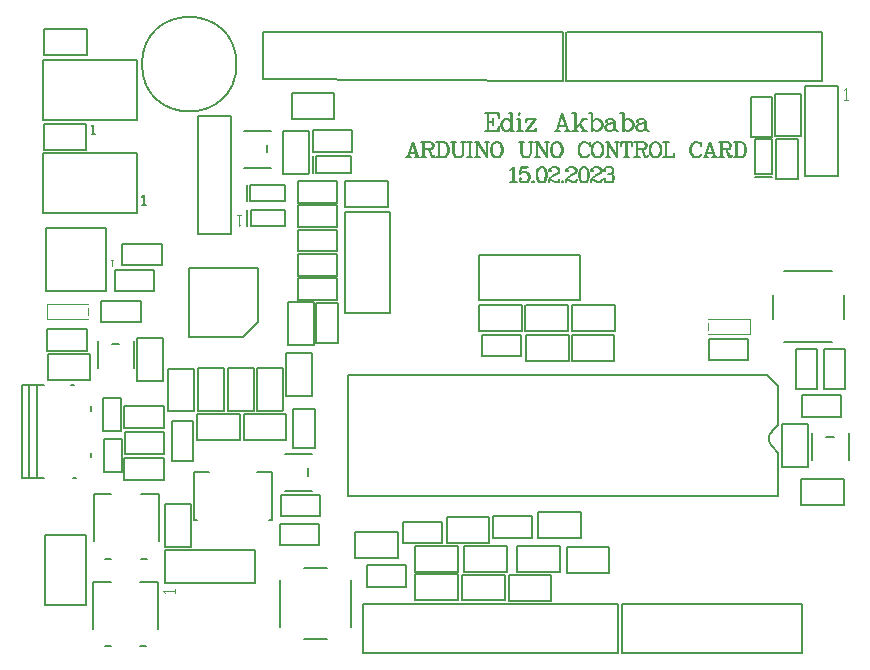
<source format=gto>
G04*
G04 #@! TF.GenerationSoftware,Altium Limited,Altium Designer,20.0.13 (296)*
G04*
G04 Layer_Color=65535*
%FSLAX44Y44*%
%MOMM*%
G71*
G01*
G75*
%ADD10C,0.2000*%
%ADD11C,0.1500*%
%ADD12C,0.0900*%
%ADD13C,0.1000*%
D10*
X162016Y500760D02*
G03*
X162016Y500760I-40050J0D01*
G01*
X615479Y189870D02*
G03*
X615479Y177170I5789J-6350D01*
G01*
X128625Y182690D02*
Y204690D01*
X128825D02*
X137625Y204690D01*
X128625Y182690D02*
X137687Y182690D01*
X164625Y204690D02*
X164874Y204440D01*
X154062Y204690D02*
X162624D01*
X137687Y182690D02*
X155812D01*
X164874Y182690D02*
Y193690D01*
X155812Y182690D02*
X164874Y182690D01*
X148375Y204690D02*
X164625Y204690D01*
X136937Y204690D02*
X154062D01*
X164874Y193690D02*
Y204440D01*
X452828Y326204D02*
X453078Y339204D01*
X367079D02*
X453078D01*
X367079Y300954D02*
Y339204D01*
Y300954D02*
X427328D01*
X452828D02*
Y326204D01*
X427328Y300954D02*
X452828D01*
X-1658Y374560D02*
X77336D01*
Y425360D01*
X-1658Y374560D02*
Y425360D01*
X77336D01*
X-1558Y504710D02*
X77436D01*
X-1558Y453910D02*
Y504710D01*
X77436Y453910D02*
Y504710D01*
X-1558Y453910D02*
X77436D01*
X576Y308332D02*
Y361926D01*
Y308332D02*
X51376D01*
X576Y361926D02*
X51376D01*
Y308332D02*
Y361926D01*
X129466Y456760D02*
X157432D01*
Y357314D02*
Y456760D01*
X129716Y357160D02*
X157466D01*
X642966Y482360D02*
X670716D01*
X643000Y405860D02*
Y482206D01*
X643216Y405860D02*
X670966D01*
X177566Y61510D02*
Y89260D01*
X101220Y61294D02*
X177566D01*
X101066Y61260D02*
Y89010D01*
X199345Y136157D02*
X232873D01*
X199345Y117869D02*
Y136157D01*
X232873Y117869D02*
Y136157D01*
X199345Y117869D02*
X232873D01*
X253883Y289932D02*
Y315432D01*
Y289932D02*
X279133D01*
X253883Y315432D02*
Y375682D01*
X292134D01*
Y289682D02*
Y375682D01*
X279133Y289932D02*
X292134Y289682D01*
X184516Y528010D02*
X438516D01*
Y486560D02*
Y528010D01*
X184516Y488010D02*
X438516Y486560D01*
X184516Y488010D02*
Y527010D01*
X485409Y2357D02*
Y34607D01*
X268909Y2357D02*
Y43807D01*
Y2357D02*
X484728D01*
X268909Y43807D02*
X485409D01*
Y34607D02*
Y43807D01*
X440816Y495510D02*
Y527760D01*
X657316Y486310D02*
Y527760D01*
X441496D02*
X657316D01*
X440816Y486310D02*
X657316D01*
X440816D02*
Y495510D01*
X641070Y35357D02*
Y43807D01*
X488470D02*
X641070D01*
X488470Y2357D02*
X641070D01*
X488470D02*
Y43807D01*
X641070Y3107D02*
Y35357D01*
X218804Y74050D02*
X238804D01*
X218804Y14050D02*
X238804D01*
X198804Y24050D02*
Y64050D01*
X258804Y24050D02*
Y64050D01*
X615966Y285260D02*
Y305260D01*
X675966Y285260D02*
Y305260D01*
X625966Y265260D02*
X665966D01*
X625966Y325260D02*
X665966D01*
X125946Y114940D02*
Y155580D01*
X126200D02*
X138900D01*
X125946Y114940D02*
X128486D01*
X191986D02*
Y155580D01*
X189446Y114940D02*
X191986D01*
X179286Y155580D02*
X191986Y155580D01*
X80716Y7760D02*
X85716D01*
X50716D02*
X55716D01*
X95716Y22760D02*
Y62760D01*
X80716D02*
X95716D01*
X40716Y22760D02*
Y62760D01*
X55716D01*
X80966Y81760D02*
X85966D01*
X50966D02*
X55966D01*
X95966Y96760D02*
Y136760D01*
X80966D02*
X95966D01*
X40966Y96760D02*
Y136760D01*
X55966D01*
X190111Y207468D02*
X200861D01*
X201111Y218281D02*
Y235406D01*
X201111Y207719D02*
X201111Y223969D01*
X179111Y216531D02*
X179111Y207468D01*
X190111D01*
X179111Y216531D02*
Y234656D01*
X201111Y209718D02*
Y218281D01*
X200861Y207468D02*
X201111Y207719D01*
X179111Y234656D02*
X179111Y243718D01*
X201111Y243519D02*
X201111Y234718D01*
X179111Y243718D02*
X201111D01*
X253940Y379914D02*
Y390664D01*
X264753Y379664D02*
X281878D01*
X254190D02*
X270440D01*
X253940Y401664D02*
X263003D01*
X253940Y390664D02*
Y401664D01*
X263003D02*
X281128D01*
X256190Y379664D02*
X264753D01*
X253940Y379914D02*
X254190Y379664D01*
X281128Y401664D02*
X290190D01*
X281190Y379664D02*
X289990D01*
X290190D02*
Y401664D01*
X215100Y220008D02*
X225850Y220008D01*
X226100Y230820D02*
Y247945D01*
X226100Y236508D02*
X226100Y220258D01*
X204100Y220008D02*
Y229070D01*
Y220008D02*
X215100Y220008D01*
X204100Y229070D02*
Y247195D01*
X226100Y222258D02*
Y230820D01*
X225850Y220008D02*
X226100Y220258D01*
X204100Y247195D02*
Y256258D01*
X226100Y247258D02*
Y256058D01*
X204100Y256258D02*
X226100D01*
X101966Y128510D02*
X112716Y128510D01*
X101716Y100572D02*
Y117697D01*
Y128260D02*
X101716Y112010D01*
X123716Y119447D02*
Y128510D01*
X112716Y128510D02*
X123716Y128510D01*
Y101322D02*
Y119447D01*
X101716Y117697D02*
Y126260D01*
Y128260D02*
X101966Y128510D01*
X123716Y92260D02*
Y101322D01*
X101716Y92460D02*
Y101260D01*
Y92260D02*
X123716D01*
X482001Y260389D02*
Y271139D01*
X454063Y271389D02*
X471188D01*
X465501D02*
X481751Y271389D01*
X472938Y249389D02*
X482001Y249389D01*
Y260389D01*
X454813Y249389D02*
X472938D01*
X471188Y271389D02*
X479751D01*
X481751Y271389D02*
X482001Y271139D01*
X445751Y249389D02*
X454813Y249389D01*
X445951Y271389D02*
X454751Y271389D01*
X445751Y249389D02*
Y271389D01*
X208716Y454510D02*
Y465260D01*
X219528Y454260D02*
X236653D01*
X208966D02*
X225216D01*
X208716Y476260D02*
X217778D01*
X208716Y465260D02*
Y476260D01*
X217778D02*
X235903D01*
X210966Y454260D02*
X219528D01*
X208716Y454510D02*
X208966Y454260D01*
X235903Y476260D02*
X244966D01*
X235966Y454260D02*
X244766D01*
X244966D02*
Y476260D01*
X428609Y57397D02*
Y68147D01*
X400671Y68397D02*
X417796D01*
X412108D02*
X428358D01*
X419546Y46397D02*
X428609D01*
Y57397D01*
X401421Y46397D02*
X419546D01*
X417796Y68397D02*
X426358D01*
X428358D02*
X428609Y68147D01*
X392359Y46397D02*
X401421D01*
X392559Y68397D02*
X401358D01*
X392359Y46397D02*
Y68397D01*
X403491Y285915D02*
Y296665D01*
X375553Y296915D02*
X392678D01*
X386991D02*
X403241D01*
X394428Y274915D02*
X403491D01*
Y285915D01*
X376303Y274915D02*
X394428D01*
X392678Y296915D02*
X401241D01*
X403241D02*
X403491Y296665D01*
X367241Y274915D02*
X376303D01*
X367441Y296915D02*
X376241D01*
X367241Y274915D02*
Y296915D01*
X442910Y285506D02*
Y296256D01*
X414973Y296506D02*
X432098D01*
X426410D02*
X442660D01*
X433848Y274506D02*
X442910D01*
Y285506D01*
X415723Y274506D02*
X433848D01*
X432098Y296506D02*
X440660D01*
X442660D02*
X442910Y296256D01*
X406660Y274506D02*
X415723D01*
X406860Y296506D02*
X415660D01*
X406660Y274506D02*
Y296506D01*
X-13334Y150190D02*
X-10159D01*
X-13334D02*
Y228930D01*
X-10159Y150190D02*
X-6984D01*
Y228930D01*
X38736Y167970D02*
Y171780D01*
Y207340D02*
Y211150D01*
X-19684Y150190D02*
X-634D01*
X-19684D02*
Y228930D01*
X-634D01*
X23496Y150190D02*
X26036D01*
X22226Y228930D02*
X24766D01*
X-34Y42510D02*
X34966D01*
Y102510D01*
X-34D02*
X34966D01*
X-34Y42510D02*
Y102510D01*
X173716Y398760D02*
X203216D01*
X173716Y384759D02*
X203216D01*
Y398760D01*
X173716Y384759D02*
Y398760D01*
X170966Y384759D02*
Y398760D01*
X173966Y377510D02*
X203466D01*
X173966Y363509D02*
X203466D01*
Y377510D01*
X173966Y363509D02*
Y377510D01*
X171216Y363509D02*
Y377510D01*
X229466Y422760D02*
X258966D01*
X229466Y408759D02*
X258966D01*
Y422760D01*
X229466Y408759D02*
Y422760D01*
X226716Y408759D02*
Y422760D01*
X601319Y407952D02*
Y437452D01*
X615320Y407952D02*
Y437452D01*
X601319D02*
X615320D01*
X601319Y407952D02*
X615320D01*
X601319Y405202D02*
X615320D01*
X180116Y282460D02*
Y327910D01*
X121816D02*
X180116D01*
X121816Y269610D02*
Y327910D01*
Y269610D02*
X167266D01*
X180116Y282460D01*
X213706Y401904D02*
X247234D01*
X213706Y383616D02*
Y401904D01*
X247234Y383616D02*
Y401904D01*
X213706Y383616D02*
X247234D01*
X213706Y381154D02*
X247234D01*
X213706Y362866D02*
Y381154D01*
X247234Y362866D02*
Y381154D01*
X213706Y362866D02*
X247234D01*
X213706Y360654D02*
X247234D01*
X213706Y342366D02*
Y360654D01*
X247234Y342366D02*
Y360654D01*
X213706Y342366D02*
X247234D01*
X125302Y164846D02*
Y198374D01*
X107014D02*
X125302D01*
X107014Y164846D02*
X125302D01*
X107014D02*
Y198374D01*
X66847Y211224D02*
X100375D01*
X66847Y192936D02*
Y211224D01*
X100375Y192936D02*
Y211224D01*
X66847Y192936D02*
X100375D01*
X65198Y330366D02*
X98726D01*
Y348654D01*
X65198Y330366D02*
Y348654D01*
X98726D01*
X67185Y188937D02*
X100713D01*
X67185Y170649D02*
Y188937D01*
X100713Y170649D02*
Y188937D01*
X67185Y170649D02*
X100713D01*
X66722Y149037D02*
X100250D01*
Y167325D01*
X66722Y149037D02*
Y167325D01*
X100250D01*
X213706Y339904D02*
X247234D01*
X213706Y321616D02*
Y339904D01*
X247234Y321616D02*
Y339904D01*
X213706Y321616D02*
X247234D01*
X213706Y319654D02*
X247234D01*
X213706Y301366D02*
Y319654D01*
X247234Y301366D02*
Y319654D01*
X213706Y301366D02*
X247234D01*
X226448Y426366D02*
X259976D01*
Y444654D01*
X226448Y426366D02*
Y444654D01*
X259976D01*
X597386Y439353D02*
Y472881D01*
Y439353D02*
X615674D01*
X597386Y472881D02*
X615674D01*
Y439353D02*
Y472881D01*
X198621Y93494D02*
X232149D01*
Y111782D01*
X198621Y93494D02*
Y111782D01*
X232149D01*
X637162Y403821D02*
Y437349D01*
X618874D02*
X637162D01*
X618874Y403821D02*
X637162D01*
X618874D02*
Y437349D01*
X47206Y300404D02*
X80734D01*
X47206Y282116D02*
Y300404D01*
X80734Y282116D02*
Y300404D01*
X47206Y282116D02*
X80734D01*
X378831Y117879D02*
X412359D01*
X378831Y99591D02*
Y117879D01*
X412359Y99591D02*
Y117879D01*
X378831Y99591D02*
X412359D01*
X210014Y175670D02*
Y209198D01*
Y175670D02*
X228302D01*
X210014Y209198D02*
X228302D01*
Y175670D02*
Y209198D01*
X302825Y113496D02*
X336353D01*
X302825Y95208D02*
Y113496D01*
X336353Y95208D02*
Y113496D01*
X302825Y95208D02*
X336353D01*
X677610Y225992D02*
Y259520D01*
X659322D02*
X677610D01*
X659322Y225992D02*
X677610D01*
X659322D02*
Y259520D01*
X58706Y326654D02*
X92234D01*
X58706Y308366D02*
Y326654D01*
X92234Y308366D02*
Y326654D01*
X58706Y308366D02*
X92234D01*
X1706Y276404D02*
X35234D01*
X1706Y258116D02*
Y276404D01*
X35234Y258116D02*
Y276404D01*
X1706Y258116D02*
X35234D01*
X561728Y249944D02*
X595256D01*
Y268232D01*
X561728Y249944D02*
Y268232D01*
X595256D01*
X272402Y76777D02*
X305930D01*
X272402Y58489D02*
Y76777D01*
X305930Y58489D02*
Y76777D01*
X272402Y58489D02*
X305930D01*
X653610Y225742D02*
Y259270D01*
X635322D02*
X653610D01*
X635322Y225742D02*
X653610D01*
X635322D02*
Y259270D01*
X640448Y202366D02*
X673976D01*
Y220654D01*
X640448Y202366D02*
Y220654D01*
X673976D01*
X229322Y265000D02*
Y298528D01*
Y265000D02*
X247610D01*
X229322Y298528D02*
X247610D01*
Y265000D02*
Y298528D01*
X369584Y253493D02*
X403112D01*
Y271780D01*
X369584Y253493D02*
Y271780D01*
X403112D01*
X48767Y190403D02*
Y218343D01*
X64007D01*
Y190403D02*
Y218343D01*
X48767Y190403D02*
X64007D01*
X49829Y155840D02*
Y183780D01*
X65068D01*
Y155840D02*
Y183780D01*
X49829Y155840D02*
X65068D01*
X256679Y237520D02*
X611179Y237520D01*
X620679Y228020D01*
Y195070D02*
Y228020D01*
X256679Y134770D02*
Y237520D01*
Y134770D02*
X620679D01*
Y171970D01*
X615479Y189870D02*
X620679Y195070D01*
X615479Y177170D02*
X620679Y171970D01*
X262193Y82755D02*
Y104755D01*
X262393D02*
X271193Y104755D01*
X262193Y82755D02*
X271256Y82755D01*
X298193Y104755D02*
X298443Y104505D01*
X287631Y104755D02*
X296193D01*
X271256Y82755D02*
X289381Y82755D01*
X298443D02*
Y93755D01*
X289381Y82755D02*
X298443D01*
X281943Y104755D02*
X298193Y104755D01*
X270506Y104755D02*
X287631Y104755D01*
X298443Y93755D02*
Y104505D01*
X313146Y46973D02*
Y68973D01*
X313346D02*
X322146Y68973D01*
X313146Y46973D02*
X322209D01*
X349146Y68973D02*
X349396Y68723D01*
X338583Y68973D02*
X347146D01*
X322209Y46973D02*
X340334D01*
X349396D02*
Y57973D01*
X340334Y46973D02*
X349396D01*
X332896Y68973D02*
X349146Y68973D01*
X321459Y68973D02*
X338583Y68973D01*
X349396Y57973D02*
Y68723D01*
X313197Y71197D02*
Y93197D01*
X313397D02*
X322197Y93197D01*
X313197Y71197D02*
X322260Y71197D01*
X349197Y93197D02*
X349447Y92947D01*
X338635Y93197D02*
X347197D01*
X322260Y71197D02*
X340385Y71197D01*
X349447D02*
Y82197D01*
X340385Y71197D02*
X349447D01*
X332947Y93197D02*
X349197Y93197D01*
X321510Y93197D02*
X338635Y93197D01*
X349447Y82197D02*
Y92947D01*
X389175Y46685D02*
Y68685D01*
X380175Y46685D02*
X388975Y46685D01*
X380112Y68685D02*
X389175Y68685D01*
X352925Y46935D02*
X353175Y46685D01*
X355175Y46685D02*
X363737D01*
X361987Y68685D02*
X380112D01*
X352925Y57685D02*
Y68685D01*
X361987Y68685D01*
X353175Y46685D02*
X369425Y46685D01*
X363737D02*
X380863D01*
X352925Y46935D02*
Y57685D01*
X205216Y299260D02*
X227216D01*
Y290260D02*
Y299060D01*
X205216Y290197D02*
Y299260D01*
X226966Y263010D02*
X227216Y263260D01*
Y265260D02*
Y273822D01*
X205216Y272072D02*
Y290197D01*
Y263010D02*
X216216D01*
X205216D02*
Y272072D01*
X227216Y263260D02*
Y279510D01*
Y273822D02*
Y290947D01*
X216216Y263010D02*
X226966D01*
X154460Y243381D02*
X176460D01*
Y243181D02*
X176460Y234381D01*
X154460Y234318D02*
X154460Y243381D01*
X176210Y207131D02*
X176460Y207381D01*
X176460Y209381D02*
Y217943D01*
X154460Y216193D02*
Y234318D01*
X154460Y207131D02*
X165460D01*
X154460Y216193D02*
X154460Y207131D01*
X176460Y207381D02*
X176460Y223631D01*
Y217943D02*
Y235068D01*
X165460Y207131D02*
X176210D01*
X129471Y207043D02*
X151471D01*
X129471Y207243D02*
Y216043D01*
X151471Y207043D02*
Y216105D01*
X129471Y243043D02*
X129721Y243293D01*
X129471Y232481D02*
Y241043D01*
X151471Y216105D02*
Y234230D01*
X140471Y243293D02*
X151471D01*
Y234230D02*
Y243293D01*
X129471Y226793D02*
Y243043D01*
Y215355D02*
Y232481D01*
X129721Y243293D02*
X140471D01*
X104144Y243043D02*
X126145D01*
Y234043D02*
Y242843D01*
X104144Y233981D02*
Y243043D01*
X125894Y206793D02*
X126145Y207043D01*
Y209043D02*
Y217606D01*
X104144Y215856D02*
Y233981D01*
Y206793D02*
X115145D01*
X104144D02*
Y215856D01*
X126145Y207043D02*
Y223293D01*
Y217606D02*
Y234730D01*
X115145Y206793D02*
X125894D01*
X-1284Y428260D02*
Y450260D01*
X-1084D02*
X7716D01*
X-1284Y428260D02*
X7778D01*
X34716Y450260D02*
X34966Y450010D01*
X24153Y450260D02*
X32716D01*
X7778Y428260D02*
X25903D01*
X34966D02*
Y439260D01*
X25903Y428260D02*
X34966D01*
X18466Y450260D02*
X34716D01*
X7028D02*
X24153D01*
X34966Y439260D02*
Y450010D01*
X200966Y444260D02*
X222966D01*
Y435260D02*
Y444060D01*
X200966Y435197D02*
Y444260D01*
X222716Y408010D02*
X222966Y408260D01*
X222966Y410260D02*
Y418822D01*
X200966Y435197D02*
X200966Y417072D01*
X200966Y408010D02*
X211966D01*
X200966D02*
X200966Y417072D01*
X222966Y408260D02*
Y424510D01*
X222966Y418822D02*
X222966Y435947D01*
X211966Y408010D02*
X222716D01*
X618340Y439537D02*
X640340D01*
X618340Y448537D02*
X618340Y439737D01*
X640340Y439537D02*
X640340Y448600D01*
X618340Y475537D02*
X618590Y475787D01*
X618340Y464975D02*
Y473537D01*
X640340Y448600D02*
Y466725D01*
X629340Y475787D02*
X640340D01*
X640340Y466725D01*
X618340Y459287D02*
X618340Y475537D01*
X618340Y447850D02*
Y464975D01*
X618590Y475787D02*
X629340D01*
X35216Y508260D02*
Y530260D01*
X26216Y508260D02*
X35016D01*
X26153Y530260D02*
X35216D01*
X-1034Y508510D02*
X-784Y508260D01*
X1216D02*
X9778D01*
X8028Y530260D02*
X26153D01*
X-1034Y519260D02*
Y530260D01*
X8028D01*
X-784Y508260D02*
X15466D01*
X9778D02*
X26903D01*
X-1034Y508510D02*
Y519260D01*
X77621Y269107D02*
X99621D01*
Y268907D02*
X99621Y260107D01*
X77621Y260044D02*
X77621Y269107D01*
X99372Y232857D02*
X99621Y233107D01*
Y235107D02*
Y243669D01*
X77621Y260044D02*
X77621Y241919D01*
Y232857D02*
X88622D01*
X77621D02*
Y241919D01*
X99621Y233107D02*
X99621Y249357D01*
X99621Y243669D02*
X99621Y260794D01*
X88622Y232857D02*
X99372D01*
X443127Y249867D02*
Y271867D01*
X434127Y249867D02*
X442927D01*
X434064Y271867D02*
X443127D01*
X406877Y250117D02*
X407127Y249867D01*
X409127D02*
X417689D01*
X415939Y271867D02*
X434064D01*
X406877Y260867D02*
Y271867D01*
X415939D01*
X407127Y249867D02*
X423377D01*
X417689D02*
X434814D01*
X406877Y250117D02*
Y260867D01*
X399497Y70725D02*
Y92725D01*
X399697D02*
X408497D01*
X399497Y70725D02*
X408560D01*
X435497Y92725D02*
X435747Y92475D01*
X424935Y92725D02*
X433497D01*
X408560Y70725D02*
X426685D01*
X435747D02*
X435747Y81725D01*
X426685Y70725D02*
X435747D01*
X419247Y92725D02*
X435497Y92725D01*
X407810D02*
X424935D01*
X435747Y92475D02*
X435747Y81725D01*
X38303Y233013D02*
Y255013D01*
X29303Y233013D02*
X38103Y233013D01*
X29240Y255013D02*
X38303Y255013D01*
X2053Y233263D02*
X2303Y233013D01*
X4303Y233013D02*
X12865D01*
X11115Y255013D02*
X29240D01*
X2053Y244013D02*
Y255013D01*
X11115Y255013D01*
X2303Y233013D02*
X18553Y233013D01*
X12865D02*
X29990D01*
X2053Y233263D02*
Y244013D01*
X417203Y99562D02*
Y121562D01*
X417403D02*
X426203D01*
X417203Y99562D02*
X426265D01*
X453203Y121562D02*
X453453Y121312D01*
X442640Y121562D02*
X451203D01*
X426265Y99562D02*
X444390D01*
X453453D02*
Y110562D01*
X444390Y99562D02*
X453453D01*
X436953Y121562D02*
X453203D01*
X425515D02*
X442640D01*
X453453Y110562D02*
Y121312D01*
X167943Y182690D02*
Y204690D01*
X168143D02*
X176943Y204690D01*
X167943Y182690D02*
X177005Y182690D01*
X203943Y204690D02*
X204193Y204440D01*
X193380Y204690D02*
X201943D01*
X177005Y182690D02*
X195130D01*
X204193Y182690D02*
Y193690D01*
X195130Y182690D02*
X204193Y182690D01*
X187693Y204690D02*
X203943Y204690D01*
X176255Y204690D02*
X193380D01*
X204193Y193690D02*
Y204440D01*
X624216Y195760D02*
X646216D01*
Y195560D02*
X646216Y186760D01*
X624216Y186697D02*
X624216Y195760D01*
X645966Y159510D02*
X646216Y159760D01*
X646216Y161760D02*
Y170322D01*
X624216Y168572D02*
Y186697D01*
X624216Y159510D02*
X635216D01*
X624216Y168572D02*
X624216Y159510D01*
X646216Y159760D02*
X646216Y176010D01*
Y170322D02*
Y187447D01*
X635216Y159510D02*
X645966D01*
X391168Y70725D02*
Y92725D01*
X382168Y70725D02*
X390968D01*
X382106Y92725D02*
X391168D01*
X354918Y70975D02*
X355168Y70725D01*
X357168D02*
X365731D01*
X363981Y92725D02*
X382106D01*
X354918Y81725D02*
Y92725D01*
X363981D01*
X355168Y70725D02*
X371418D01*
X365731D02*
X382856D01*
X354918Y70975D02*
Y81725D01*
X639966Y127260D02*
Y149260D01*
X640166D02*
X648966Y149260D01*
X639966Y127260D02*
X649028Y127260D01*
X675966Y149260D02*
X676216Y149010D01*
X665403Y149260D02*
X673966D01*
X649028Y127260D02*
X667153Y127260D01*
X676216D02*
Y138260D01*
X667153Y127260D02*
X676216D01*
X659716Y149260D02*
X675966Y149260D01*
X648278Y149260D02*
X665403Y149260D01*
X676216Y138260D02*
Y149010D01*
X339930Y95657D02*
Y117657D01*
X340130D02*
X348930Y117657D01*
X339930Y95657D02*
X348993Y95657D01*
X375930Y117657D02*
X376180Y117407D01*
X365368Y117657D02*
X373930D01*
X348993Y95657D02*
X367118D01*
X376180Y95657D02*
Y106657D01*
X367118Y95657D02*
X376180Y95657D01*
X359680Y117657D02*
X375930Y117657D01*
X348243Y117657D02*
X365368D01*
X376180Y106657D02*
Y117407D01*
X445866Y274506D02*
Y296506D01*
X446065D02*
X454865D01*
X445866Y274506D02*
X454928D01*
X481866Y296506D02*
X482116Y296256D01*
X471303Y296506D02*
X479865D01*
X454928Y274506D02*
X473053D01*
X482116D02*
Y285506D01*
X473053Y274506D02*
X482116D01*
X465616Y296506D02*
X481866D01*
X454178D02*
X471303D01*
X482116Y285506D02*
Y296256D01*
X441400Y70254D02*
Y92254D01*
X441600D02*
X450400D01*
X441400Y70254D02*
X450462D01*
X477400Y92254D02*
X477650Y92003D01*
X466837Y92254D02*
X475400D01*
X450462Y70254D02*
X468587D01*
X477650D02*
Y81253D01*
X468587Y70254D02*
X477650D01*
X461150Y92254D02*
X477400D01*
X449712D02*
X466837D01*
X477650Y81253D02*
Y92003D01*
X393902Y411197D02*
X395140Y411816D01*
X396997Y413672D01*
Y400675D01*
X396378Y413053D02*
Y400675D01*
X393902D02*
X399472D01*
X402938Y413672D02*
X401700Y407483D01*
X402938Y408721D01*
X404795Y409340D01*
X406652D01*
X408508Y408721D01*
X409746Y407483D01*
X410365Y405626D01*
Y404389D01*
X409746Y402532D01*
X408508Y401294D01*
X406652Y400675D01*
X404795D01*
X402938Y401294D01*
X402319Y401913D01*
X401700Y403151D01*
Y403770D01*
X402319Y404389D01*
X402938Y403770D01*
X402319Y403151D01*
X406652Y409340D02*
X407890Y408721D01*
X409127Y407483D01*
X409746Y405626D01*
Y404389D01*
X409127Y402532D01*
X407890Y401294D01*
X406652Y400675D01*
X402938Y413672D02*
X409127D01*
X402938Y413053D02*
X406033D01*
X409127Y413672D01*
X412903Y401913D02*
X412284Y401294D01*
X412903Y400675D01*
X413522Y401294D01*
X412903Y401913D01*
X419897Y413672D02*
X418040Y413053D01*
X416802Y411197D01*
X416183Y408102D01*
Y406245D01*
X416802Y403151D01*
X418040Y401294D01*
X419897Y400675D01*
X421134D01*
X422991Y401294D01*
X424229Y403151D01*
X424848Y406245D01*
Y408102D01*
X424229Y411197D01*
X422991Y413053D01*
X421134Y413672D01*
X419897D01*
X418659Y413053D01*
X418040Y412435D01*
X417421Y411197D01*
X416802Y408102D01*
Y406245D01*
X417421Y403151D01*
X418040Y401913D01*
X418659Y401294D01*
X419897Y400675D01*
X421134D02*
X422372Y401294D01*
X422991Y401913D01*
X423610Y403151D01*
X424229Y406245D01*
Y408102D01*
X423610Y411197D01*
X422991Y412435D01*
X422372Y413053D01*
X421134Y413672D01*
X427385Y411197D02*
X428004Y410578D01*
X427385Y409959D01*
X426767Y410578D01*
Y411197D01*
X427385Y412435D01*
X428004Y413053D01*
X429861Y413672D01*
X432337D01*
X434193Y413053D01*
X434812Y412435D01*
X435431Y411197D01*
Y409959D01*
X434812Y408721D01*
X432956Y407483D01*
X429861Y406245D01*
X428623Y405626D01*
X427385Y404389D01*
X426767Y402532D01*
Y400675D01*
X432337Y413672D02*
X433574Y413053D01*
X434193Y412435D01*
X434812Y411197D01*
Y409959D01*
X434193Y408721D01*
X432337Y407483D01*
X429861Y406245D01*
X426767Y401913D02*
X427385Y402532D01*
X428623D01*
X431718Y401294D01*
X433574D01*
X434812Y401913D01*
X435431Y402532D01*
Y403770D01*
X428623Y402532D02*
X431718Y400675D01*
X434193D01*
X434812Y401294D01*
X435431Y402532D01*
X437969Y401913D02*
X437350Y401294D01*
X437969Y400675D01*
X438588Y401294D01*
X437969Y401913D01*
X441868Y411197D02*
X442487Y410578D01*
X441868Y409959D01*
X441249Y410578D01*
Y411197D01*
X441868Y412435D01*
X442487Y413053D01*
X444344Y413672D01*
X446819D01*
X448676Y413053D01*
X449295Y412435D01*
X449914Y411197D01*
Y409959D01*
X449295Y408721D01*
X447438Y407483D01*
X444344Y406245D01*
X443106Y405626D01*
X441868Y404389D01*
X441249Y402532D01*
Y400675D01*
X446819Y413672D02*
X448057Y413053D01*
X448676Y412435D01*
X449295Y411197D01*
Y409959D01*
X448676Y408721D01*
X446819Y407483D01*
X444344Y406245D01*
X441249Y401913D02*
X441868Y402532D01*
X443106D01*
X446200Y401294D01*
X448057D01*
X449295Y401913D01*
X449914Y402532D01*
Y403770D01*
X443106Y402532D02*
X446200Y400675D01*
X448676D01*
X449295Y401294D01*
X449914Y402532D01*
X455546Y413672D02*
X453689Y413053D01*
X452451Y411197D01*
X451833Y408102D01*
Y406245D01*
X452451Y403151D01*
X453689Y401294D01*
X455546Y400675D01*
X456784D01*
X458641Y401294D01*
X459878Y403151D01*
X460497Y406245D01*
Y408102D01*
X459878Y411197D01*
X458641Y413053D01*
X456784Y413672D01*
X455546D01*
X454308Y413053D01*
X453689Y412435D01*
X453070Y411197D01*
X452451Y408102D01*
Y406245D01*
X453070Y403151D01*
X453689Y401913D01*
X454308Y401294D01*
X455546Y400675D01*
X456784D02*
X458022Y401294D01*
X458641Y401913D01*
X459259Y403151D01*
X459878Y406245D01*
Y408102D01*
X459259Y411197D01*
X458641Y412435D01*
X458022Y413053D01*
X456784Y413672D01*
X463035Y411197D02*
X463654Y410578D01*
X463035Y409959D01*
X462416Y410578D01*
Y411197D01*
X463035Y412435D01*
X463654Y413053D01*
X465510Y413672D01*
X467986D01*
X469843Y413053D01*
X470462Y412435D01*
X471081Y411197D01*
Y409959D01*
X470462Y408721D01*
X468605Y407483D01*
X465510Y406245D01*
X464273Y405626D01*
X463035Y404389D01*
X462416Y402532D01*
Y400675D01*
X467986Y413672D02*
X469224Y413053D01*
X469843Y412435D01*
X470462Y411197D01*
Y409959D01*
X469843Y408721D01*
X467986Y407483D01*
X465510Y406245D01*
X462416Y401913D02*
X463035Y402532D01*
X464273D01*
X467367Y401294D01*
X469224D01*
X470462Y401913D01*
X471081Y402532D01*
Y403770D01*
X464273Y402532D02*
X467367Y400675D01*
X469843D01*
X470462Y401294D01*
X471081Y402532D01*
X473618Y411197D02*
X474237Y410578D01*
X473618Y409959D01*
X472999Y410578D01*
Y411197D01*
X473618Y412435D01*
X474237Y413053D01*
X476094Y413672D01*
X478570D01*
X480426Y413053D01*
X481045Y411816D01*
Y409959D01*
X480426Y408721D01*
X478570Y408102D01*
X476713D01*
X478570Y413672D02*
X479807Y413053D01*
X480426Y411816D01*
Y409959D01*
X479807Y408721D01*
X478570Y408102D01*
X479807Y407483D01*
X481045Y406245D01*
X481664Y405008D01*
Y403151D01*
X481045Y401913D01*
X480426Y401294D01*
X478570Y400675D01*
X476094D01*
X474237Y401294D01*
X473618Y401913D01*
X472999Y403151D01*
Y403770D01*
X473618Y404389D01*
X474237Y403770D01*
X473618Y403151D01*
X480426Y406864D02*
X481045Y405008D01*
Y403151D01*
X480426Y401913D01*
X479807Y401294D01*
X478570Y400675D01*
X311222Y434817D02*
X306889Y421820D01*
X311222Y434817D02*
X315554Y421820D01*
X311222Y432961D02*
X314935Y421820D01*
X308127Y425534D02*
X313697D01*
X305651Y421820D02*
X309365D01*
X313078D02*
X316792D01*
X320320Y434817D02*
Y421820D01*
X320938Y434817D02*
Y421820D01*
X318463Y434817D02*
X325890D01*
X327747Y434198D01*
X328366Y433580D01*
X328984Y432342D01*
Y431104D01*
X328366Y429866D01*
X327747Y429247D01*
X325890Y428628D01*
X320938D01*
X325890Y434817D02*
X327128Y434198D01*
X327747Y433580D01*
X328366Y432342D01*
Y431104D01*
X327747Y429866D01*
X327128Y429247D01*
X325890Y428628D01*
X318463Y421820D02*
X322795D01*
X324033Y428628D02*
X325271Y428009D01*
X325890Y427390D01*
X327747Y423058D01*
X328366Y422439D01*
X328984D01*
X329603Y423058D01*
X325271Y428009D02*
X325890Y426772D01*
X327128Y422439D01*
X327747Y421820D01*
X328984D01*
X329603Y423058D01*
Y423677D01*
X333131Y434817D02*
Y421820D01*
X333750Y434817D02*
Y421820D01*
X331274Y434817D02*
X337463D01*
X339320Y434198D01*
X340558Y432961D01*
X341177Y431723D01*
X341796Y429866D01*
Y426772D01*
X341177Y424915D01*
X340558Y423677D01*
X339320Y422439D01*
X337463Y421820D01*
X331274D01*
X337463Y434817D02*
X338701Y434198D01*
X339939Y432961D01*
X340558Y431723D01*
X341177Y429866D01*
Y426772D01*
X340558Y424915D01*
X339939Y423677D01*
X338701Y422439D01*
X337463Y421820D01*
X345386Y434817D02*
Y425534D01*
X346004Y423677D01*
X347242Y422439D01*
X349099Y421820D01*
X350337D01*
X352194Y422439D01*
X353432Y423677D01*
X354050Y425534D01*
Y434817D01*
X346004D02*
Y425534D01*
X346623Y423677D01*
X347861Y422439D01*
X349099Y421820D01*
X343529Y434817D02*
X347861D01*
X352194D02*
X355907D01*
X359311D02*
Y421820D01*
X359930Y434817D02*
Y421820D01*
X357454Y434817D02*
X361787D01*
X357454Y421820D02*
X361787D01*
X365995Y434817D02*
Y421820D01*
X366614Y434817D02*
X374041Y423058D01*
X366614Y433580D02*
X374041Y421820D01*
Y434817D02*
Y421820D01*
X364139Y434817D02*
X366614D01*
X372185D02*
X375898D01*
X364139Y421820D02*
X367852D01*
X381840Y434817D02*
X379983Y434198D01*
X378745Y432961D01*
X378126Y431723D01*
X377507Y429247D01*
Y427390D01*
X378126Y424915D01*
X378745Y423677D01*
X379983Y422439D01*
X381840Y421820D01*
X383078D01*
X384934Y422439D01*
X386172Y423677D01*
X386791Y424915D01*
X387410Y427390D01*
Y429247D01*
X386791Y431723D01*
X386172Y432961D01*
X384934Y434198D01*
X383078Y434817D01*
X381840D01*
X380602Y434198D01*
X379364Y432961D01*
X378745Y431723D01*
X378126Y429247D01*
Y427390D01*
X378745Y424915D01*
X379364Y423677D01*
X380602Y422439D01*
X381840Y421820D01*
X383078D02*
X384315Y422439D01*
X385553Y423677D01*
X386172Y424915D01*
X386791Y427390D01*
Y429247D01*
X386172Y431723D01*
X385553Y432961D01*
X384315Y434198D01*
X383078Y434817D01*
X402759D02*
Y425534D01*
X403378Y423677D01*
X404616Y422439D01*
X406473Y421820D01*
X407710D01*
X409567Y422439D01*
X410805Y423677D01*
X411424Y425534D01*
Y434817D01*
X403378D02*
Y425534D01*
X403997Y423677D01*
X405235Y422439D01*
X406473Y421820D01*
X400902Y434817D02*
X405235D01*
X409567D02*
X413281D01*
X416685D02*
Y421820D01*
X417304Y434817D02*
X424730Y423058D01*
X417304Y433580D02*
X424730Y421820D01*
Y434817D02*
Y421820D01*
X414828Y434817D02*
X417304D01*
X422874D02*
X426587D01*
X414828Y421820D02*
X418541D01*
X432529Y434817D02*
X430672Y434198D01*
X429434Y432961D01*
X428815Y431723D01*
X428196Y429247D01*
Y427390D01*
X428815Y424915D01*
X429434Y423677D01*
X430672Y422439D01*
X432529Y421820D01*
X433767D01*
X435623Y422439D01*
X436861Y423677D01*
X437480Y424915D01*
X438099Y427390D01*
Y429247D01*
X437480Y431723D01*
X436861Y432961D01*
X435623Y434198D01*
X433767Y434817D01*
X432529D01*
X431291Y434198D01*
X430053Y432961D01*
X429434Y431723D01*
X428815Y429247D01*
Y427390D01*
X429434Y424915D01*
X430053Y423677D01*
X431291Y422439D01*
X432529Y421820D01*
X433767D02*
X435005Y422439D01*
X436242Y423677D01*
X436861Y424915D01*
X437480Y427390D01*
Y429247D01*
X436861Y431723D01*
X436242Y432961D01*
X435005Y434198D01*
X433767Y434817D01*
X460256Y432961D02*
X460875Y431104D01*
Y434817D01*
X460256Y432961D01*
X459018Y434198D01*
X457162Y434817D01*
X455924D01*
X454067Y434198D01*
X452829Y432961D01*
X452210Y431723D01*
X451591Y429866D01*
Y426772D01*
X452210Y424915D01*
X452829Y423677D01*
X454067Y422439D01*
X455924Y421820D01*
X457162D01*
X459018Y422439D01*
X460256Y423677D01*
X460875Y424915D01*
X455924Y434817D02*
X454686Y434198D01*
X453448Y432961D01*
X452829Y431723D01*
X452210Y429866D01*
Y426772D01*
X452829Y424915D01*
X453448Y423677D01*
X454686Y422439D01*
X455924Y421820D01*
X467064Y434817D02*
X465207Y434198D01*
X463970Y432961D01*
X463351Y431723D01*
X462732Y429247D01*
Y427390D01*
X463351Y424915D01*
X463970Y423677D01*
X465207Y422439D01*
X467064Y421820D01*
X468302D01*
X470159Y422439D01*
X471397Y423677D01*
X472016Y424915D01*
X472635Y427390D01*
Y429247D01*
X472016Y431723D01*
X471397Y432961D01*
X470159Y434198D01*
X468302Y434817D01*
X467064D01*
X465826Y434198D01*
X464589Y432961D01*
X463970Y431723D01*
X463351Y429247D01*
Y427390D01*
X463970Y424915D01*
X464589Y423677D01*
X465826Y422439D01*
X467064Y421820D01*
X468302D02*
X469540Y422439D01*
X470778Y423677D01*
X471397Y424915D01*
X472016Y427390D01*
Y429247D01*
X471397Y431723D01*
X470778Y432961D01*
X469540Y434198D01*
X468302Y434817D01*
X476286D02*
Y421820D01*
X476905Y434817D02*
X484332Y423058D01*
X476905Y433580D02*
X484332Y421820D01*
Y434817D02*
Y421820D01*
X474429Y434817D02*
X476905D01*
X482475D02*
X486189D01*
X474429Y421820D02*
X478143D01*
X492130Y434817D02*
Y421820D01*
X492749Y434817D02*
Y421820D01*
X488417Y434817D02*
X487798Y431104D01*
Y434817D01*
X497082D01*
Y431104D01*
X496463Y434817D01*
X490274Y421820D02*
X494606D01*
X500795Y434817D02*
Y421820D01*
X501414Y434817D02*
Y421820D01*
X498938Y434817D02*
X506365D01*
X508222Y434198D01*
X508841Y433580D01*
X509460Y432342D01*
Y431104D01*
X508841Y429866D01*
X508222Y429247D01*
X506365Y428628D01*
X501414D01*
X506365Y434817D02*
X507603Y434198D01*
X508222Y433580D01*
X508841Y432342D01*
Y431104D01*
X508222Y429866D01*
X507603Y429247D01*
X506365Y428628D01*
X498938Y421820D02*
X503271D01*
X504509Y428628D02*
X505746Y428009D01*
X506365Y427390D01*
X508222Y423058D01*
X508841Y422439D01*
X509460D01*
X510079Y423058D01*
X505746Y428009D02*
X506365Y426772D01*
X507603Y422439D01*
X508222Y421820D01*
X509460D01*
X510079Y423058D01*
Y423677D01*
X516082Y434817D02*
X514226Y434198D01*
X512988Y432961D01*
X512369Y431723D01*
X511750Y429247D01*
Y427390D01*
X512369Y424915D01*
X512988Y423677D01*
X514226Y422439D01*
X516082Y421820D01*
X517320D01*
X519177Y422439D01*
X520415Y423677D01*
X521034Y424915D01*
X521652Y427390D01*
Y429247D01*
X521034Y431723D01*
X520415Y432961D01*
X519177Y434198D01*
X517320Y434817D01*
X516082D01*
X514845Y434198D01*
X513607Y432961D01*
X512988Y431723D01*
X512369Y429247D01*
Y427390D01*
X512988Y424915D01*
X513607Y423677D01*
X514845Y422439D01*
X516082Y421820D01*
X517320D02*
X518558Y422439D01*
X519796Y423677D01*
X520415Y424915D01*
X521034Y427390D01*
Y429247D01*
X520415Y431723D01*
X519796Y432961D01*
X518558Y434198D01*
X517320Y434817D01*
X525304D02*
Y421820D01*
X525923Y434817D02*
Y421820D01*
X523447Y434817D02*
X527780D01*
X523447Y421820D02*
X532731D01*
Y425534D01*
X532112Y421820D01*
X554950Y432961D02*
X555569Y431104D01*
Y434817D01*
X554950Y432961D01*
X553712Y434198D01*
X551856Y434817D01*
X550618D01*
X548761Y434198D01*
X547523Y432961D01*
X546904Y431723D01*
X546285Y429866D01*
Y426772D01*
X546904Y424915D01*
X547523Y423677D01*
X548761Y422439D01*
X550618Y421820D01*
X551856D01*
X553712Y422439D01*
X554950Y423677D01*
X555569Y424915D01*
X550618Y434817D02*
X549380Y434198D01*
X548142Y432961D01*
X547523Y431723D01*
X546904Y429866D01*
Y426772D01*
X547523Y424915D01*
X548142Y423677D01*
X549380Y422439D01*
X550618Y421820D01*
X562996Y434817D02*
X558664Y421820D01*
X562996Y434817D02*
X567328Y421820D01*
X562996Y432961D02*
X566710Y421820D01*
X559901Y425534D02*
X565472D01*
X557426Y421820D02*
X561139D01*
X564853D02*
X568566D01*
X572094Y434817D02*
Y421820D01*
X572713Y434817D02*
Y421820D01*
X570237Y434817D02*
X577664D01*
X579521Y434198D01*
X580140Y433580D01*
X580759Y432342D01*
Y431104D01*
X580140Y429866D01*
X579521Y429247D01*
X577664Y428628D01*
X572713D01*
X577664Y434817D02*
X578902Y434198D01*
X579521Y433580D01*
X580140Y432342D01*
Y431104D01*
X579521Y429866D01*
X578902Y429247D01*
X577664Y428628D01*
X570237Y421820D02*
X574570D01*
X575808Y428628D02*
X577045Y428009D01*
X577664Y427390D01*
X579521Y423058D01*
X580140Y422439D01*
X580759D01*
X581378Y423058D01*
X577045Y428009D02*
X577664Y426772D01*
X578902Y422439D01*
X579521Y421820D01*
X580759D01*
X581378Y423058D01*
Y423677D01*
X584906Y434817D02*
Y421820D01*
X585524Y434817D02*
Y421820D01*
X583049Y434817D02*
X589238D01*
X591095Y434198D01*
X592333Y432961D01*
X592952Y431723D01*
X593570Y429866D01*
Y426772D01*
X592952Y424915D01*
X592333Y423677D01*
X591095Y422439D01*
X589238Y421820D01*
X583049D01*
X589238Y434817D02*
X590476Y434198D01*
X591714Y432961D01*
X592333Y431723D01*
X592952Y429866D01*
Y426772D01*
X592333Y424915D01*
X591714Y423677D01*
X590476Y422439D01*
X589238Y421820D01*
X374554Y459278D02*
Y444282D01*
X375269Y459278D02*
Y444282D01*
X379553Y454994D02*
Y449281D01*
X372412Y459278D02*
X383838D01*
Y454994D01*
X383124Y459278D01*
X375269Y452137D02*
X379553D01*
X372412Y444282D02*
X383838D01*
Y448567D01*
X383124Y444282D01*
X394479Y459278D02*
Y444282D01*
X395193Y459278D02*
Y444282D01*
X394479Y452137D02*
X393050Y453565D01*
X391622Y454280D01*
X390194D01*
X388051Y453565D01*
X386623Y452137D01*
X385909Y449995D01*
Y448567D01*
X386623Y446424D01*
X388051Y444996D01*
X390194Y444282D01*
X391622D01*
X393050Y444996D01*
X394479Y446424D01*
X390194Y454280D02*
X388766Y453565D01*
X387337Y452137D01*
X386623Y449995D01*
Y448567D01*
X387337Y446424D01*
X388766Y444996D01*
X390194Y444282D01*
X392336Y459278D02*
X395193D01*
X394479Y444282D02*
X397335D01*
X401549Y459278D02*
X400835Y458564D01*
X401549Y457850D01*
X402263Y458564D01*
X401549Y459278D01*
Y454280D02*
Y444282D01*
X402263Y454280D02*
Y444282D01*
X399406Y454280D02*
X402263D01*
X399406Y444282D02*
X404405D01*
X414974Y454280D02*
X407119Y444282D01*
X415689Y454280D02*
X407833Y444282D01*
Y454280D02*
X407119Y451423D01*
Y454280D01*
X415689D01*
X407119Y444282D02*
X415689D01*
Y447138D01*
X414974Y444282D01*
X437969Y459278D02*
X432971Y444282D01*
X437969Y459278D02*
X442968Y444282D01*
X437969Y457136D02*
X442254Y444282D01*
X434399Y448567D02*
X440826D01*
X431542Y444282D02*
X435827D01*
X440112D02*
X444397D01*
X448467Y459278D02*
Y444282D01*
X449181Y459278D02*
Y444282D01*
X456323Y454280D02*
X449181Y447138D01*
X452752Y449995D02*
X457037Y444282D01*
X452038Y449995D02*
X456323Y444282D01*
X446325Y459278D02*
X449181D01*
X454180Y454280D02*
X458465D01*
X446325Y444282D02*
X451324D01*
X454180D02*
X458465D01*
X462607Y459278D02*
Y444282D01*
X463321Y459278D02*
Y444282D01*
Y452137D02*
X464749Y453565D01*
X466178Y454280D01*
X467606D01*
X469748Y453565D01*
X471177Y452137D01*
X471891Y449995D01*
Y448567D01*
X471177Y446424D01*
X469748Y444996D01*
X467606Y444282D01*
X466178D01*
X464749Y444996D01*
X463321Y446424D01*
X467606Y454280D02*
X469034Y453565D01*
X470462Y452137D01*
X471177Y449995D01*
Y448567D01*
X470462Y446424D01*
X469034Y444996D01*
X467606Y444282D01*
X460465Y459278D02*
X463321D01*
X475390Y452851D02*
Y452137D01*
X474676D01*
Y452851D01*
X475390Y453565D01*
X476818Y454280D01*
X479675D01*
X481103Y453565D01*
X481817Y452851D01*
X482531Y451423D01*
Y446424D01*
X483245Y444996D01*
X483960Y444282D01*
X481817Y452851D02*
Y446424D01*
X482531Y444996D01*
X483960Y444282D01*
X484674D01*
X481817Y451423D02*
X481103Y450709D01*
X476818Y449995D01*
X474676Y449281D01*
X473962Y447852D01*
Y446424D01*
X474676Y444996D01*
X476818Y444282D01*
X478961D01*
X480389Y444996D01*
X481817Y446424D01*
X476818Y449995D02*
X475390Y449281D01*
X474676Y447852D01*
Y446424D01*
X475390Y444996D01*
X476818Y444282D01*
X488959Y459278D02*
Y444282D01*
X489673Y459278D02*
Y444282D01*
Y452137D02*
X491101Y453565D01*
X492529Y454280D01*
X493957D01*
X496100Y453565D01*
X497528Y452137D01*
X498242Y449995D01*
Y448567D01*
X497528Y446424D01*
X496100Y444996D01*
X493957Y444282D01*
X492529D01*
X491101Y444996D01*
X489673Y446424D01*
X493957Y454280D02*
X495386Y453565D01*
X496814Y452137D01*
X497528Y449995D01*
Y448567D01*
X496814Y446424D01*
X495386Y444996D01*
X493957Y444282D01*
X486816Y459278D02*
X489673D01*
X501741Y452851D02*
Y452137D01*
X501027D01*
Y452851D01*
X501741Y453565D01*
X503170Y454280D01*
X506026D01*
X507454Y453565D01*
X508169Y452851D01*
X508883Y451423D01*
Y446424D01*
X509597Y444996D01*
X510311Y444282D01*
X508169Y452851D02*
Y446424D01*
X508883Y444996D01*
X510311Y444282D01*
X511025D01*
X508169Y451423D02*
X507454Y450709D01*
X503170Y449995D01*
X501027Y449281D01*
X500313Y447852D01*
Y446424D01*
X501027Y444996D01*
X503170Y444282D01*
X505312D01*
X506740Y444996D01*
X508169Y446424D01*
X503170Y449995D02*
X501741Y449281D01*
X501027Y447852D01*
Y446424D01*
X501741Y444996D01*
X503170Y444282D01*
X82316Y381597D02*
X84981D01*
X83649D01*
Y389595D01*
X82316Y388262D01*
X39372Y441461D02*
X42038D01*
X40705D01*
Y449459D01*
X39372Y448126D01*
D11*
X129466Y357160D02*
X129716D01*
X129466D02*
Y456760D01*
X670966Y405860D02*
Y482360D01*
X670716D02*
X670966D01*
X101066Y89010D02*
Y89260D01*
X177566D01*
X168216Y444260D02*
X191216D01*
X168216Y413260D02*
X191216Y413260D01*
X188216Y426260D02*
X188216Y432260D01*
X44466Y243510D02*
Y266510D01*
X75466Y243510D02*
Y266510D01*
X56466Y263510D02*
X62466Y263510D01*
X202716Y170510D02*
X225716D01*
X202716Y139510D02*
X225716D01*
X222716Y152510D02*
X222716Y158510D01*
X649466Y188260D02*
X649466Y165260D01*
X680466D02*
Y188260D01*
X661466Y185260D02*
X667466D01*
D12*
X36442Y288216D02*
Y294216D01*
X1408Y285010D02*
Y298010D01*
X36408D01*
X1408Y285010D02*
X36408D01*
X561321Y275994D02*
Y281994D01*
X596355Y272200D02*
Y285200D01*
X561355Y272200D02*
X596355D01*
X561355Y285200D02*
X596355D01*
D13*
X165552Y373388D02*
X162220D01*
X163886D01*
Y363391D01*
X165552Y365057D01*
X57143Y335160D02*
X55477D01*
X56310D01*
Y330162D01*
X57143Y330995D01*
X676327Y470516D02*
X679659D01*
X677993D01*
Y480513D01*
X676327Y478847D01*
X109962Y53190D02*
Y56522D01*
Y54856D01*
X99965D01*
X101631Y53190D01*
M02*

</source>
